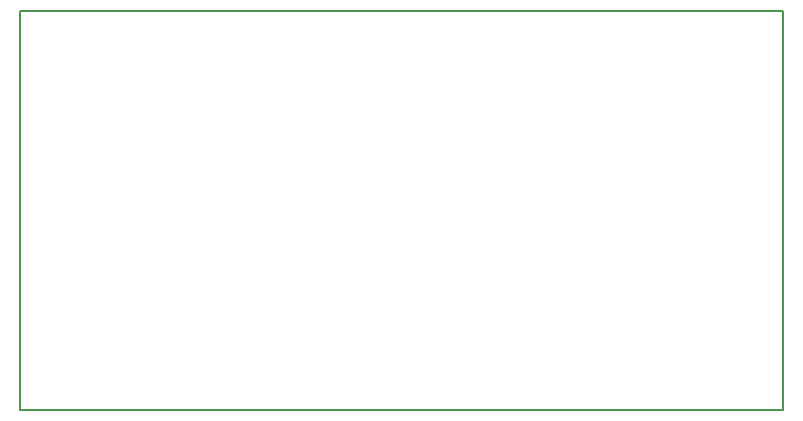
<source format=gm1>
G04 #@! TF.FileFunction,Profile,NP*
%FSLAX46Y46*%
G04 Gerber Fmt 4.6, Leading zero omitted, Abs format (unit mm)*
G04 Created by KiCad (PCBNEW 4.0.6+dfsg1-1) date Mon Feb 26 19:53:53 2018*
%MOMM*%
%LPD*%
G01*
G04 APERTURE LIST*
%ADD10C,0.100000*%
%ADD11C,0.150000*%
G04 APERTURE END LIST*
D10*
D11*
X74560Y33871280D02*
X74560Y71280D01*
X64674560Y33871280D02*
X74560Y33871280D01*
X64674560Y71280D02*
X64674560Y33871280D01*
X74560Y71280D02*
X64674560Y71280D01*
M02*

</source>
